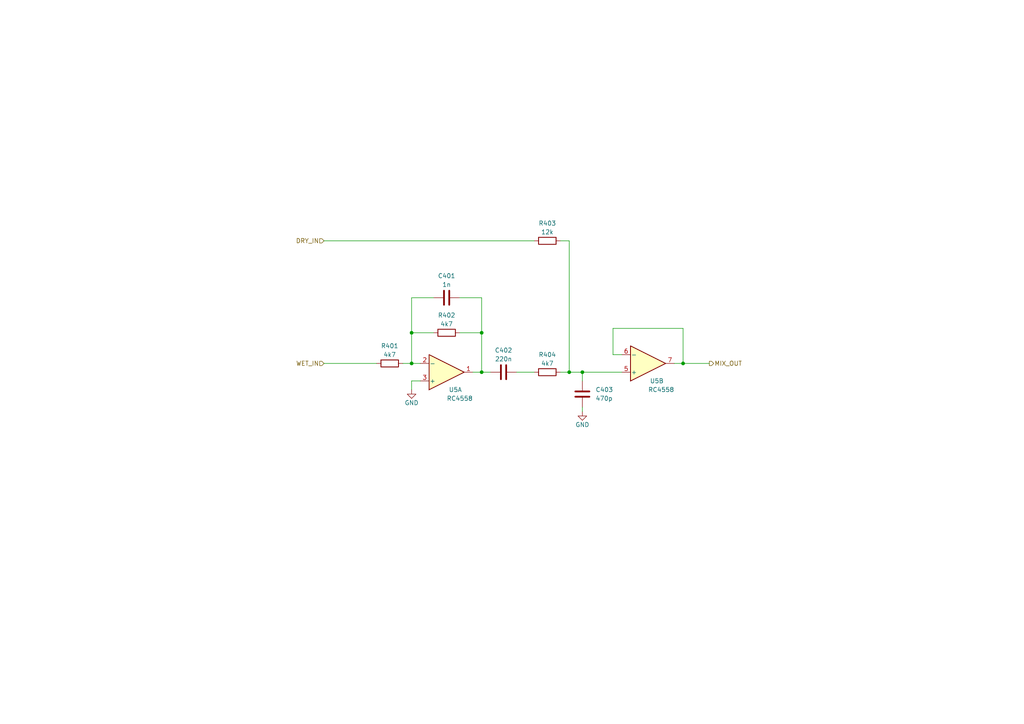
<source format=kicad_sch>
(kicad_sch (version 20211123) (generator eeschema)
  (paper "A4")
  (title_block (title "Phasor II Clone") (date "2022-10-15") (rev "0") (comment 2 "creativecommons.org/licenses/by/4.0/") (comment 3 "License: CC by 4.0: ") (comment 4 "Author: Jordan Aceto"))
  (lib_symbols
    (symbol "Amplifier_Operational:RC4558" (pin_names (offset 0.127))
      (property "Reference" "U" (at 0 5.08 0))
      (property "Value" "RC4558" (at 0 -5.08 0))
      (symbol "RC4558_1_1"
        (polyline (pts (xy -5.08 5.08) (xy 5.08 0) (xy -5.08 -5.08) (xy -5.08 5.08)) (stroke (width 0.254)) (fill (type background)))
        (pin output line (at 7.62 0 180) (length 2.54) (name "~") (number "1"))
        (pin input line (at -7.62 -2.54 0) (length 2.54) (name "-") (number "2"))
        (pin input line (at -7.62 2.54 0) (length 2.54) (name "+") (number "3"))
      )
      (symbol "RC4558_2_1"
        (polyline (pts (xy -5.08 5.08) (xy 5.08 0) (xy -5.08 -5.08) (xy -5.08 5.08)) (stroke (width 0.254)) (fill (type background)))
        (pin input line (at -7.62 2.54 0) (length 2.54) (name "+") (number "5"))
        (pin input line (at -7.62 -2.54 0) (length 2.54) (name "-") (number "6"))
        (pin output line (at 7.62 0 180) (length 2.54) (name "~") (number "7"))
      )
      (symbol "RC4558_3_1"
        (pin power_in line (at -2.54 -7.62 90) (length 3.81) (name "V-") (number "4"))
        (pin power_in line (at -2.54 7.62 270) (length 3.81) (name "V+") (number "8"))
      )
    )
    (symbol "Device:C" (pin_numbers hide) (pin_names (offset 0.254))
      (property "Reference" "C" (at 0.635 2.54 0))
      (property "Value" "C" (at 0.635 -2.54 0))
      (symbol "C_0_1"
        (polyline (pts (xy -2.032 -0.762) (xy 2.032 -0.762)) (stroke (width 0.508)))
        (polyline (pts (xy -2.032 0.762) (xy 2.032 0.762)) (stroke (width 0.508)))
      )
      (symbol "C_1_1"
        (pin passive line (at 0 3.81 270) (length 2.794) (name "~") (number "1"))
        (pin passive line (at 0 -3.81 90) (length 2.794) (name "~") (number "2"))
      )
    )
    (symbol "Device:R" (pin_numbers hide) (pin_names (offset 0))
      (property "Reference" "R" (at 2.032 0 90))
      (property "Value" "R" (at 0 0 90))
      (symbol "R_0_1"
        (rectangle (start -1.016 -2.54) (end 1.016 2.54) (stroke (width 0.254)))
      )
      (symbol "R_1_1"
        (pin passive line (at 0 3.81 270) (length 1.27) (name "~") (number "1"))
        (pin passive line (at 0 -3.81 90) (length 1.27) (name "~") (number "2"))
      )
    )
    (symbol "power:GND" (power) (pin_names (offset 0))
      (property "Value" "GND" (at 0 -3.81 0))
      (symbol "GND_0_1"
        (polyline (pts (xy 0 0) (xy 0 -1.27) (xy 1.27 -1.27) (xy 0 -2.54) (xy -1.27 -1.27) (xy 0 -1.27)))
      )
      (symbol "GND_1_1"
        (pin power_in line (at 0 0 270) (length 0) hide (name "GND") (number "1"))
      )
    )
  )
  (junction (at 139.7 96.52))
  (junction (at 168.91 107.95))
  (junction (at 119.38 96.52))
  (junction (at 198.12 105.41))
  (junction (at 165.1 107.95))
  (junction (at 139.7 107.95))
  (junction (at 119.38 105.41))
  (wire (pts (xy 198.12 95.25) (xy 198.12 105.41)))
  (wire (pts (xy 149.86 107.95) (xy 154.94 107.95)))
  (wire (pts (xy 139.7 96.52) (xy 139.7 86.36)))
  (wire (pts (xy 165.1 107.95) (xy 168.91 107.95)))
  (wire (pts (xy 119.38 105.41) (xy 121.92 105.41)))
  (wire (pts (xy 116.84 105.41) (xy 119.38 105.41)))
  (wire (pts (xy 168.91 107.95) (xy 180.34 107.95)))
  (wire (pts (xy 165.1 69.85) (xy 165.1 107.95)))
  (wire (pts (xy 195.58 105.41) (xy 198.12 105.41)))
  (wire (pts (xy 133.35 96.52) (xy 139.7 96.52)))
  (wire (pts (xy 177.8 102.87) (xy 180.34 102.87)))
  (wire (pts (xy 139.7 107.95) (xy 142.24 107.95)))
  (wire (pts (xy 119.38 110.49) (xy 119.38 113.03)))
  (wire (pts (xy 119.38 110.49) (xy 121.92 110.49)))
  (wire (pts (xy 119.38 96.52) (xy 125.73 96.52)))
  (wire (pts (xy 168.91 107.95) (xy 168.91 110.49)))
  (wire (pts (xy 93.98 69.85) (xy 154.94 69.85)))
  (wire (pts (xy 137.16 107.95) (xy 139.7 107.95)))
  (wire (pts (xy 198.12 105.41) (xy 205.74 105.41)))
  (wire (pts (xy 198.12 95.25) (xy 177.8 95.25)))
  (wire (pts (xy 119.38 96.52) (xy 119.38 105.41)))
  (wire (pts (xy 177.8 95.25) (xy 177.8 102.87)))
  (wire (pts (xy 162.56 107.95) (xy 165.1 107.95)))
  (wire (pts (xy 139.7 86.36) (xy 133.35 86.36)))
  (wire (pts (xy 93.98 105.41) (xy 109.22 105.41)))
  (wire (pts (xy 162.56 69.85) (xy 165.1 69.85)))
  (wire (pts (xy 168.91 118.11) (xy 168.91 119.38)))
  (wire (pts (xy 139.7 96.52) (xy 139.7 107.95)))
  (wire (pts (xy 119.38 86.36) (xy 119.38 96.52)))
  (wire (pts (xy 125.73 86.36) (xy 119.38 86.36)))
  (hierarchical_label "DRY_IN" (shape input) (at 93.98 69.85 180))
  (hierarchical_label "MIX_OUT" (shape output) (at 205.74 105.41 0))
  (hierarchical_label "WET_IN" (shape input) (at 93.98 105.41 180))
  (symbol (lib_id "Device:C") (at 168.91 114.3 0) (unit 1)
    (property "Reference" "C403" (at 172.72 113.0299 0) (effects (justify left)))
    (property "Value" "470p" (at 172.72 115.5699 0) (effects (justify left)))
    (property "Footprint" "Capacitor_SMD:C_0603_1608Metric" (effects hide))
  )
  (symbol (lib_id "Device:C") (at 129.54 86.36 90) (unit 1)
    (property "Reference" "C401" (at 129.54 80.01 90))
    (property "Value" "1n" (at 129.54 82.55 90))
    (property "Footprint" "Capacitor_SMD:C_0603_1608Metric" (effects hide))
  )
  (symbol (lib_id "Device:R") (at 129.54 96.52 90) (unit 1)
    (property "Reference" "R402" (at 129.54 91.44 90))
    (property "Value" "4k7" (at 129.54 93.98 90))
    (property "Footprint" "Resistor_SMD:R_0603_1608Metric" (effects hide))
  )
  (symbol (lib_id "power:GND") (at 168.91 119.38 0) (unit 1)
    (property "Reference" "#PWR0402" (effects hide))
    (property "Value" "GND" (at 168.91 123.19 0))
  )
  (symbol (lib_id "Device:R") (at 158.75 107.95 90) (unit 1)
    (property "Reference" "R404" (at 158.75 102.87 90))
    (property "Value" "4k7" (at 158.75 105.41 90))
    (property "Footprint" "Resistor_SMD:R_0603_1608Metric" (effects hide))
  )
  (symbol (lib_id "Amplifier_Operational:RC4558") (at 129.54 107.95 0) (mirror x) (unit 1)
    (property "Reference" "U5" (at 132.08 113.03 0))
    (property "Value" "RC4558" (at 133.35 115.57 0))
    (property "Footprint" "Package_SO:SOIC-8_3.9x4.9mm_P1.27mm" (effects hide))
    (property "Datasheet" "http://www.ti.com/lit/ds/symlink/rc4558.pdf" (effects hide))
  )
  (symbol (lib_id "power:GND") (at 119.38 113.03 0) (unit 1)
    (property "Reference" "#PWR0401" (effects hide))
    (property "Value" "GND" (at 119.38 116.84 0))
  )
  (symbol (lib_id "Device:C") (at 146.05 107.95 90) (unit 1)
    (property "Reference" "C402" (at 146.05 101.6 90))
    (property "Value" "220n" (at 146.05 104.14 90))
    (property "Footprint" "Capacitor_THT:C_Rect_L7.0mm_W2.5mm_P5.00mm" (effects hide))
  )
  (symbol (lib_id "Amplifier_Operational:RC4558") (at 187.96 105.41 0) (mirror x) (unit 2)
    (property "Reference" "U5" (at 190.5 110.49 0))
    (property "Value" "RC4558" (at 191.77 113.03 0))
    (property "Footprint" "Package_SO:SOIC-8_3.9x4.9mm_P1.27mm" (effects hide))
    (property "Datasheet" "http://www.ti.com/lit/ds/symlink/rc4558.pdf" (effects hide))
  )
  (symbol (lib_id "Device:R") (at 158.75 69.85 90) (unit 1)
    (property "Reference" "R403" (at 158.75 64.77 90))
    (property "Value" "12k" (at 158.75 67.31 90))
    (property "Footprint" "Resistor_SMD:R_0603_1608Metric" (effects hide))
  )
  (symbol (lib_id "Device:R") (at 113.03 105.41 90) (unit 1)
    (property "Reference" "R401" (at 113.03 100.33 90))
    (property "Value" "4k7" (at 113.03 102.87 90))
    (property "Footprint" "Resistor_SMD:R_0603_1608Metric" (effects hide))
  )
)
</source>
